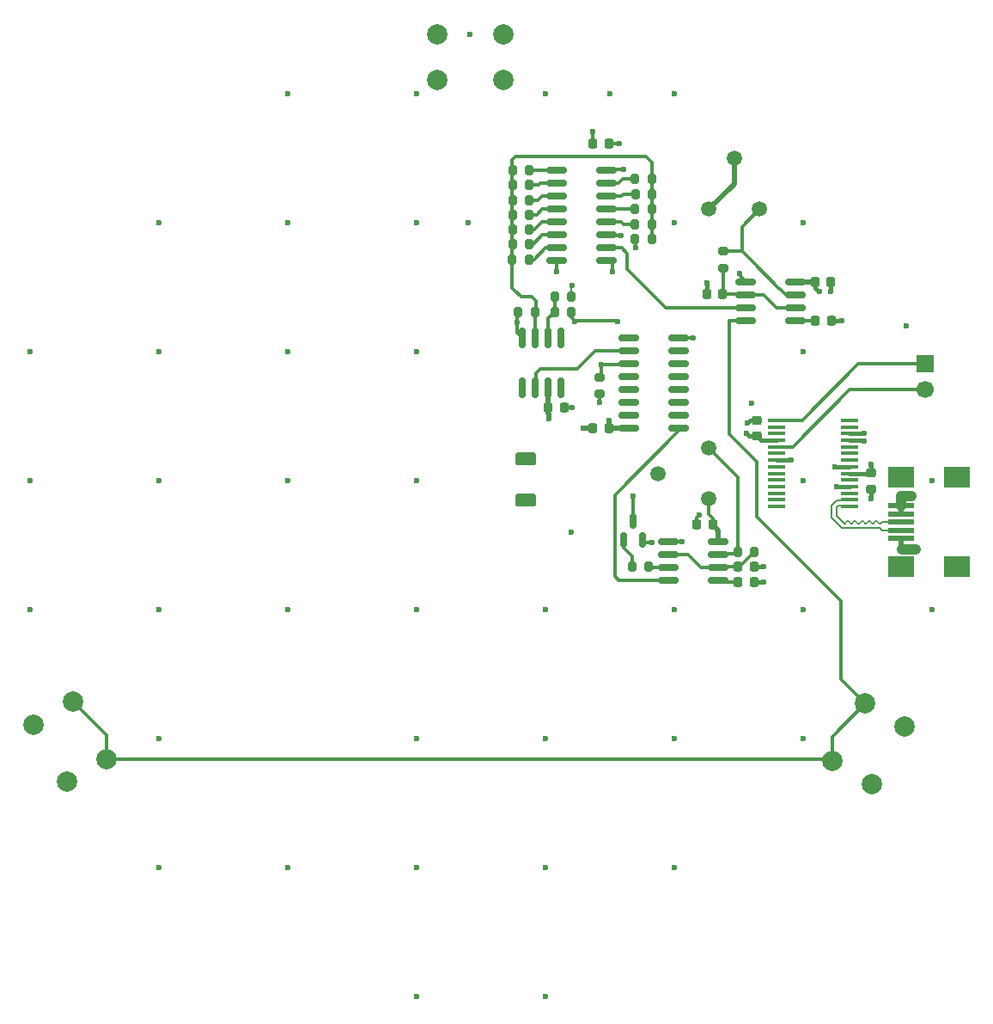
<source format=gbr>
%TF.GenerationSoftware,KiCad,Pcbnew,9.0.0*%
%TF.CreationDate,2025-05-12T20:37:00-03:00*%
%TF.ProjectId,kicad proyecto,6b696361-6420-4707-926f-796563746f2e,rev?*%
%TF.SameCoordinates,Original*%
%TF.FileFunction,Copper,L1,Top*%
%TF.FilePolarity,Positive*%
%FSLAX46Y46*%
G04 Gerber Fmt 4.6, Leading zero omitted, Abs format (unit mm)*
G04 Created by KiCad (PCBNEW 9.0.0) date 2025-05-12 20:37:00*
%MOMM*%
%LPD*%
G01*
G04 APERTURE LIST*
G04 Aperture macros list*
%AMRoundRect*
0 Rectangle with rounded corners*
0 $1 Rounding radius*
0 $2 $3 $4 $5 $6 $7 $8 $9 X,Y pos of 4 corners*
0 Add a 4 corners polygon primitive as box body*
4,1,4,$2,$3,$4,$5,$6,$7,$8,$9,$2,$3,0*
0 Add four circle primitives for the rounded corners*
1,1,$1+$1,$2,$3*
1,1,$1+$1,$4,$5*
1,1,$1+$1,$6,$7*
1,1,$1+$1,$8,$9*
0 Add four rect primitives between the rounded corners*
20,1,$1+$1,$2,$3,$4,$5,0*
20,1,$1+$1,$4,$5,$6,$7,0*
20,1,$1+$1,$6,$7,$8,$9,0*
20,1,$1+$1,$8,$9,$2,$3,0*%
G04 Aperture macros list end*
%TA.AperFunction,ComponentPad*%
%ADD10C,2.000000*%
%TD*%
%TA.AperFunction,ComponentPad*%
%ADD11RoundRect,0.190500X-0.809500X-0.444500X0.809500X-0.444500X0.809500X0.444500X-0.809500X0.444500X0*%
%TD*%
%TA.AperFunction,SMDPad,CuDef*%
%ADD12RoundRect,0.225000X-0.225000X-0.250000X0.225000X-0.250000X0.225000X0.250000X-0.225000X0.250000X0*%
%TD*%
%TA.AperFunction,SMDPad,CuDef*%
%ADD13RoundRect,0.200000X0.200000X0.275000X-0.200000X0.275000X-0.200000X-0.275000X0.200000X-0.275000X0*%
%TD*%
%TA.AperFunction,SMDPad,CuDef*%
%ADD14RoundRect,0.150000X0.825000X0.150000X-0.825000X0.150000X-0.825000X-0.150000X0.825000X-0.150000X0*%
%TD*%
%TA.AperFunction,SMDPad,CuDef*%
%ADD15RoundRect,0.225000X0.225000X0.250000X-0.225000X0.250000X-0.225000X-0.250000X0.225000X-0.250000X0*%
%TD*%
%TA.AperFunction,SMDPad,CuDef*%
%ADD16RoundRect,0.200000X-0.200000X-0.275000X0.200000X-0.275000X0.200000X0.275000X-0.200000X0.275000X0*%
%TD*%
%TA.AperFunction,SMDPad,CuDef*%
%ADD17R,1.750000X0.450000*%
%TD*%
%TA.AperFunction,ComponentPad*%
%ADD18C,1.498600*%
%TD*%
%TA.AperFunction,SMDPad,CuDef*%
%ADD19RoundRect,0.200000X-0.275000X0.200000X-0.275000X-0.200000X0.275000X-0.200000X0.275000X0.200000X0*%
%TD*%
%TA.AperFunction,SMDPad,CuDef*%
%ADD20RoundRect,0.150000X0.150000X-0.587500X0.150000X0.587500X-0.150000X0.587500X-0.150000X-0.587500X0*%
%TD*%
%TA.AperFunction,SMDPad,CuDef*%
%ADD21RoundRect,0.225000X0.250000X-0.225000X0.250000X0.225000X-0.250000X0.225000X-0.250000X-0.225000X0*%
%TD*%
%TA.AperFunction,SMDPad,CuDef*%
%ADD22RoundRect,0.150000X-0.825000X-0.150000X0.825000X-0.150000X0.825000X0.150000X-0.825000X0.150000X0*%
%TD*%
%TA.AperFunction,SMDPad,CuDef*%
%ADD23R,2.500000X0.500000*%
%TD*%
%TA.AperFunction,SMDPad,CuDef*%
%ADD24R,2.500000X2.000000*%
%TD*%
%TA.AperFunction,SMDPad,CuDef*%
%ADD25RoundRect,0.200000X0.275000X-0.200000X0.275000X0.200000X-0.275000X0.200000X-0.275000X-0.200000X0*%
%TD*%
%TA.AperFunction,SMDPad,CuDef*%
%ADD26RoundRect,0.225000X-0.250000X0.225000X-0.250000X-0.225000X0.250000X-0.225000X0.250000X0.225000X0*%
%TD*%
%TA.AperFunction,SMDPad,CuDef*%
%ADD27RoundRect,0.150000X-0.150000X0.825000X-0.150000X-0.825000X0.150000X-0.825000X0.150000X0.825000X0*%
%TD*%
%TA.AperFunction,ComponentPad*%
%ADD28R,1.700000X1.700000*%
%TD*%
%TA.AperFunction,ComponentPad*%
%ADD29C,1.700000*%
%TD*%
%TA.AperFunction,ViaPad*%
%ADD30C,0.600000*%
%TD*%
%TA.AperFunction,Conductor*%
%ADD31C,0.400000*%
%TD*%
%TA.AperFunction,Conductor*%
%ADD32C,0.200000*%
%TD*%
%TA.AperFunction,Conductor*%
%ADD33C,0.500000*%
%TD*%
%TA.AperFunction,Conductor*%
%ADD34C,0.350000*%
%TD*%
%TA.AperFunction,Conductor*%
%ADD35C,0.352000*%
%TD*%
%TA.AperFunction,Conductor*%
%ADD36C,1.000000*%
%TD*%
%TA.AperFunction,Conductor*%
%ADD37C,0.150000*%
%TD*%
G04 APERTURE END LIST*
D10*
%TO.P,SW2,2,B*%
%TO.N,GND*%
X141750000Y-57668600D03*
X148250000Y-57668600D03*
%TO.P,SW2,1,A*%
%TO.N,RESET*%
X141750000Y-62168600D03*
X148250000Y-62168600D03*
%TD*%
D11*
%TO.P,BZ1,2,-*%
%TO.N,Net-(BZ1--)*%
X150500000Y-99500000D03*
%TO.P,BZ1,1,+*%
%TO.N,+5V*%
X150500000Y-103500000D03*
%TD*%
D12*
%TO.P,C11,1*%
%TO.N,+5V*%
X152717200Y-94437206D03*
%TO.P,C11,2*%
%TO.N,GND*%
X154267200Y-94437194D03*
%TD*%
D13*
%TO.P,R16,1*%
%TO.N,Net-(U6-Q11)*%
X150837400Y-71018400D03*
%TO.P,R16,2*%
%TO.N,Net-(U4-+)*%
X149187400Y-71018400D03*
%TD*%
%TO.P,R6,1*%
%TO.N,Net-(U6-Q1)*%
X150817400Y-79844000D03*
%TO.P,R6,2*%
%TO.N,Net-(U4-+)*%
X149167400Y-79844000D03*
%TD*%
D12*
%TO.P,C5,1*%
%TO.N,Net-(U1-CV)*%
X179056995Y-85851995D03*
%TO.P,C5,2*%
%TO.N,GND*%
X180607005Y-85852005D03*
%TD*%
D14*
%TO.P,U5,1,Q11*%
%TO.N,/alarm*%
X165562500Y-96445000D03*
%TO.P,U5,2,Q5*%
%TO.N,unconnected-(U5-Q5-Pad2)*%
X165562500Y-95175000D03*
%TO.P,U5,3,Q4*%
%TO.N,unconnected-(U5-Q4-Pad3)*%
X165562500Y-93905000D03*
%TO.P,U5,4,Q6*%
%TO.N,unconnected-(U5-Q6-Pad4)*%
X165562500Y-92635000D03*
%TO.P,U5,5,Q3*%
%TO.N,unconnected-(U5-Q3-Pad5)*%
X165562500Y-91365000D03*
%TO.P,U5,6,Q2*%
%TO.N,unconnected-(U5-Q2-Pad6)*%
X165562500Y-90095000D03*
%TO.P,U5,7,Q1*%
%TO.N,unconnected-(U5-Q1-Pad7)*%
X165562500Y-88825000D03*
%TO.P,U5,8,VSS*%
%TO.N,GND*%
X165562500Y-87555000D03*
%TO.P,U5,9,Q0*%
%TO.N,unconnected-(U5-Q0-Pad9)*%
X160612500Y-87555000D03*
%TO.P,U5,10,CLK*%
%TO.N,Net-(U5-CLK)*%
X160612500Y-88825000D03*
%TO.P,U5,11,Reset*%
%TO.N,RESET*%
X160612500Y-90095000D03*
%TO.P,U5,12,Q8*%
%TO.N,unconnected-(U5-Q8-Pad12)*%
X160612500Y-91365000D03*
%TO.P,U5,13,Q7*%
%TO.N,unconnected-(U5-Q7-Pad13)*%
X160612500Y-92635000D03*
%TO.P,U5,14,Q9*%
%TO.N,unconnected-(U5-Q9-Pad14)*%
X160612500Y-93905000D03*
%TO.P,U5,15,Q10*%
%TO.N,unconnected-(U5-Q10-Pad15)*%
X160612500Y-95175000D03*
%TO.P,U5,16,VDD*%
%TO.N,+5V*%
X160612500Y-96445000D03*
%TD*%
D15*
%TO.P,C10,1*%
%TO.N,+5V*%
X158661401Y-68376795D03*
%TO.P,C10,2*%
%TO.N,GND*%
X157111399Y-68376805D03*
%TD*%
D16*
%TO.P,R12,1*%
%TO.N,Net-(U6-Q9)*%
X161290000Y-73380600D03*
%TO.P,R12,2*%
%TO.N,Net-(U4-+)*%
X162940000Y-73380600D03*
%TD*%
D10*
%TO.P,SW3,1,A*%
%TO.N,+5V*%
X187823557Y-125810418D03*
X184573557Y-131439583D03*
%TO.P,SW3,2,B*%
%TO.N,Net-(SW1-B)*%
X183926443Y-123560418D03*
X180676443Y-129189583D03*
%TD*%
D17*
%TO.P,U3,1,TXD*%
%TO.N,Net-(J2-Pin_1)*%
X175190601Y-95673200D03*
%TO.P,U3,2,DTR*%
%TO.N,unconnected-(U3-DTR-Pad2)*%
X175190600Y-96323200D03*
%TO.P,U3,3,RTS*%
%TO.N,unconnected-(U3-RTS-Pad3)*%
X175190601Y-96973200D03*
%TO.P,U3,4,VCCIO*%
%TO.N,+5V*%
X175190600Y-97623200D03*
%TO.P,U3,5,RXD*%
%TO.N,Net-(J2-Pin_2)*%
X175190601Y-98273200D03*
%TO.P,U3,6,RI*%
%TO.N,unconnected-(U3-RI-Pad6)*%
X175190601Y-98923200D03*
%TO.P,U3,7,GND*%
%TO.N,GND*%
X175190601Y-99573200D03*
%TO.P,U3,8*%
%TO.N,N/C*%
X175190601Y-100223200D03*
%TO.P,U3,9,DCR*%
%TO.N,unconnected-(U3-DCR-Pad9)*%
X175190601Y-100873200D03*
%TO.P,U3,10,DCD*%
%TO.N,unconnected-(U3-DCD-Pad10)*%
X175190601Y-101523200D03*
%TO.P,U3,11,CTS*%
%TO.N,unconnected-(U3-CTS-Pad11)*%
X175190600Y-102173200D03*
%TO.P,U3,12,CBUS4*%
%TO.N,unconnected-(U3-CBUS4-Pad12)*%
X175190601Y-102823200D03*
%TO.P,U3,13,CBUS2*%
%TO.N,unconnected-(U3-CBUS2-Pad13)*%
X175190600Y-103473200D03*
%TO.P,U3,14,CBUS3*%
%TO.N,unconnected-(U3-CBUS3-Pad14)*%
X175190600Y-104123199D03*
%TO.P,U3,15,USBD+*%
%TO.N,/USB_D P*%
X182390599Y-104123200D03*
%TO.P,U3,16,USBD-*%
%TO.N,/USB_D N*%
X182390600Y-103473200D03*
%TO.P,U3,17,3V3OUT*%
%TO.N,unconnected-(U3-3V3OUT-Pad17)*%
X182390599Y-102823200D03*
%TO.P,U3,18,GND*%
%TO.N,GND*%
X182390600Y-102173200D03*
%TO.P,U3,19,~{RESET}*%
%TO.N,unconnected-(U3-~{RESET}-Pad19)*%
X182390599Y-101523200D03*
%TO.P,U3,20,VCC*%
%TO.N,+5V*%
X182390599Y-100873200D03*
%TO.P,U3,21,GND*%
%TO.N,GND*%
X182390599Y-100223200D03*
%TO.P,U3,22,CBUS1*%
%TO.N,unconnected-(U3-CBUS1-Pad22)*%
X182390599Y-99573200D03*
%TO.P,U3,23,CBUS0*%
%TO.N,unconnected-(U3-CBUS0-Pad23)*%
X182390599Y-98923200D03*
%TO.P,U3,24*%
%TO.N,N/C*%
X182390599Y-98273200D03*
%TO.P,U3,25,AGND*%
%TO.N,GND*%
X182390600Y-97623200D03*
%TO.P,U3,26,TEST*%
X182390599Y-96973200D03*
%TO.P,U3,27,OSCI*%
%TO.N,unconnected-(U3-OSCI-Pad27)*%
X182390600Y-96323200D03*
%TO.P,U3,28,OSCO*%
%TO.N,unconnected-(U3-OSCO-Pad28)*%
X182390600Y-95673201D03*
%TD*%
D13*
%TO.P,R17,1*%
%TO.N,Net-(U4-+)*%
X151412500Y-85000000D03*
%TO.P,R17,2*%
%TO.N,GND*%
X149762500Y-85000000D03*
%TD*%
%TO.P,R7,1*%
%TO.N,Net-(U6-Q2)*%
X150822400Y-78335400D03*
%TO.P,R7,2*%
%TO.N,Net-(U4-+)*%
X149172400Y-78335400D03*
%TD*%
D18*
%TO.P,50k1,1,1*%
%TO.N,+5V*%
X168503600Y-103378000D03*
%TO.P,50k1,2,2*%
X163503600Y-100878000D03*
%TO.P,50k1,3,3*%
%TO.N,Net-(U2-DIS)*%
X168503600Y-98378010D03*
%TD*%
D15*
%TO.P,C1,1*%
%TO.N,+5V*%
X168923000Y-105943400D03*
%TO.P,C1,2*%
%TO.N,GND*%
X167373000Y-105943400D03*
%TD*%
D19*
%TO.P,R1,1*%
%TO.N,Net-(U1-DIS)*%
X169926000Y-79007199D03*
%TO.P,R1,2*%
%TO.N,Net-(U1-THR)*%
X169926000Y-80657201D03*
%TD*%
D18*
%TO.P,10k1,1,1*%
%TO.N,+5V*%
X168518200Y-74875400D03*
%TO.P,10k1,2,2*%
X171018200Y-69875400D03*
%TO.P,10k1,3,3*%
%TO.N,Net-(U1-DIS)*%
X173518190Y-74875400D03*
%TD*%
D12*
%TO.P,C6,1*%
%TO.N,Net-(U2-CV)*%
X171437000Y-111556800D03*
%TO.P,C6,2*%
%TO.N,GND*%
X172987000Y-111556800D03*
%TD*%
D16*
%TO.P,R8,1*%
%TO.N,Net-(U6-Q8)*%
X161276800Y-76327000D03*
%TO.P,R8,2*%
%TO.N,Net-(U4-+)*%
X162926800Y-76327000D03*
%TD*%
D13*
%TO.P,R15,1*%
%TO.N,Net-(U6-Q5)*%
X150832400Y-72494000D03*
%TO.P,R15,2*%
%TO.N,Net-(U4-+)*%
X149182400Y-72494000D03*
%TD*%
%TO.P,R11,1*%
%TO.N,Net-(U6-Q6)*%
X150832400Y-75414200D03*
%TO.P,R11,2*%
%TO.N,Net-(U4-+)*%
X149182400Y-75414200D03*
%TD*%
D20*
%TO.P,Q1,1,B*%
%TO.N,Net-(Q1-B)*%
X160136800Y-107465100D03*
%TO.P,Q1,2,E*%
%TO.N,GND*%
X162036800Y-107465100D03*
%TO.P,Q1,3,C*%
%TO.N,Net-(BZ1--)*%
X161086800Y-105590100D03*
%TD*%
D21*
%TO.P,C7,1*%
%TO.N,+5V*%
X173228000Y-97193400D03*
%TO.P,C7,2*%
%TO.N,GND*%
X173228000Y-95643400D03*
%TD*%
D22*
%TO.P,U2,1,GND*%
%TO.N,GND*%
X164525000Y-107595000D03*
%TO.P,U2,2,TR*%
%TO.N,Net-(U2-THR)*%
X164525000Y-108865000D03*
%TO.P,U2,3,Q*%
%TO.N,Net-(U2-Q)*%
X164525000Y-110135000D03*
%TO.P,U2,4,R*%
%TO.N,/alarm*%
X164525000Y-111405000D03*
%TO.P,U2,5,CV*%
%TO.N,Net-(U2-CV)*%
X169475000Y-111405000D03*
%TO.P,U2,6,THR*%
%TO.N,Net-(U2-THR)*%
X169475000Y-110135000D03*
%TO.P,U2,7,DIS*%
%TO.N,Net-(U2-DIS)*%
X169475000Y-108865000D03*
%TO.P,U2,8,VCC*%
%TO.N,+5V*%
X169475000Y-107595000D03*
%TD*%
D23*
%TO.P,J1,1,VBUS*%
%TO.N,+5V*%
X187510000Y-107264000D03*
%TO.P,J1,2,D-*%
%TO.N,/USB_D N*%
X187510000Y-106464000D03*
%TO.P,J1,3,D+*%
%TO.N,/USB_D P*%
X187510000Y-105664000D03*
%TO.P,J1,4,GND*%
%TO.N,GND*%
X187510000Y-104864000D03*
%TO.P,J1,5,Shield*%
X187510000Y-104064000D03*
D24*
%TO.P,J1,6*%
%TO.N,N/C*%
X187510000Y-110064000D03*
X193010000Y-110064000D03*
X187510000Y-101264000D03*
X193010000Y-101264000D03*
%TD*%
D25*
%TO.P,R5,1*%
%TO.N,+5V*%
X157750000Y-93075001D03*
%TO.P,R5,2*%
%TO.N,RESET*%
X157750000Y-91424999D03*
%TD*%
D16*
%TO.P,R10,1*%
%TO.N,Net-(U6-Q7)*%
X161276800Y-74853800D03*
%TO.P,R10,2*%
%TO.N,Net-(U4-+)*%
X162926800Y-74853800D03*
%TD*%
D13*
%TO.P,R18,1*%
%TO.N,+5V*%
X154998750Y-84994531D03*
%TO.P,R18,2*%
%TO.N,Net-(U4--)*%
X153348750Y-84994531D03*
%TD*%
%TO.P,R9,1*%
%TO.N,Net-(U6-Q3)*%
X150827400Y-76884200D03*
%TO.P,R9,2*%
%TO.N,Net-(U4-+)*%
X149177400Y-76884200D03*
%TD*%
D22*
%TO.P,U1,1,GND*%
%TO.N,GND*%
X172150000Y-82016600D03*
%TO.P,U1,2,TR*%
%TO.N,Net-(U1-THR)*%
X172150000Y-83286600D03*
%TO.P,U1,3,Q*%
%TO.N,CLOCK*%
X172150000Y-84556600D03*
%TO.P,U1,4,R*%
%TO.N,Net-(SW1-B)*%
X172150000Y-85826600D03*
%TO.P,U1,5,CV*%
%TO.N,Net-(U1-CV)*%
X177100000Y-85826600D03*
%TO.P,U1,6,THR*%
%TO.N,Net-(U1-THR)*%
X177100000Y-84556600D03*
%TO.P,U1,7,DIS*%
%TO.N,Net-(U1-DIS)*%
X177100000Y-83286600D03*
%TO.P,U1,8,VCC*%
%TO.N,+5V*%
X177100000Y-82016600D03*
%TD*%
D16*
%TO.P,R3,1*%
%TO.N,Net-(U2-DIS)*%
X171387000Y-108585000D03*
%TO.P,R3,2*%
%TO.N,Net-(U2-THR)*%
X173037000Y-108585000D03*
%TD*%
D10*
%TO.P,SW1,1,A*%
%TO.N,+5V*%
X105250000Y-131250000D03*
X102000000Y-125620835D03*
%TO.P,SW1,2,B*%
%TO.N,Net-(SW1-B)*%
X109147114Y-129000000D03*
X105897114Y-123370835D03*
%TD*%
D26*
%TO.P,C8,1*%
%TO.N,+5V*%
X184505602Y-100850391D03*
%TO.P,C8,2*%
%TO.N,GND*%
X184505598Y-102400409D03*
%TD*%
D22*
%TO.P,U6,1,Q11*%
%TO.N,Net-(U6-Q11)*%
X153525000Y-71055000D03*
%TO.P,U6,2,Q5*%
%TO.N,Net-(U6-Q5)*%
X153525000Y-72325000D03*
%TO.P,U6,3,Q4*%
%TO.N,Net-(U6-Q4)*%
X153525000Y-73595000D03*
%TO.P,U6,4,Q6*%
%TO.N,Net-(U6-Q6)*%
X153525000Y-74865000D03*
%TO.P,U6,5,Q3*%
%TO.N,Net-(U6-Q3)*%
X153525000Y-76135000D03*
%TO.P,U6,6,Q2*%
%TO.N,Net-(U6-Q2)*%
X153525000Y-77405000D03*
%TO.P,U6,7,Q1*%
%TO.N,Net-(U6-Q1)*%
X153525000Y-78675000D03*
%TO.P,U6,8,VSS*%
%TO.N,GND*%
X153525000Y-79945000D03*
%TO.P,U6,9,Q0*%
%TO.N,Net-(U6-Q0)*%
X158475000Y-79945000D03*
%TO.P,U6,10,CLK*%
%TO.N,CLOCK*%
X158475000Y-78675000D03*
%TO.P,U6,11,Reset*%
%TO.N,RESET*%
X158475000Y-77405000D03*
%TO.P,U6,12,Q8*%
%TO.N,Net-(U6-Q8)*%
X158475000Y-76135000D03*
%TO.P,U6,13,Q7*%
%TO.N,Net-(U6-Q7)*%
X158475000Y-74865000D03*
%TO.P,U6,14,Q9*%
%TO.N,Net-(U6-Q9)*%
X158475000Y-73595000D03*
%TO.P,U6,15,Q10*%
%TO.N,Net-(U6-Q10)*%
X158475000Y-72325000D03*
%TO.P,U6,16,VDD*%
%TO.N,+5V*%
X158475000Y-71055000D03*
%TD*%
D16*
%TO.P,R4,1*%
%TO.N,Net-(U6-Q0)*%
X161276800Y-77815600D03*
%TO.P,R4,2*%
%TO.N,Net-(U4-+)*%
X162926800Y-77815600D03*
%TD*%
D27*
%TO.P,U4,1,NULL*%
%TO.N,unconnected-(U4-NULL-Pad1)*%
X153992500Y-87525000D03*
%TO.P,U4,2,-*%
%TO.N,Net-(U4--)*%
X152722500Y-87525000D03*
%TO.P,U4,3,+*%
%TO.N,Net-(U4-+)*%
X151452500Y-87525000D03*
%TO.P,U4,4,V-*%
%TO.N,GND*%
X150182500Y-87525000D03*
%TO.P,U4,5,NULL*%
%TO.N,unconnected-(U4-NULL-Pad5)*%
X150182500Y-92475000D03*
%TO.P,U4,6*%
%TO.N,Net-(U5-CLK)*%
X151452500Y-92475000D03*
%TO.P,U4,7,V+*%
%TO.N,+5V*%
X152722500Y-92475000D03*
%TO.P,U4,8,NC*%
%TO.N,unconnected-(U4-NC-Pad8)*%
X153992500Y-92475000D03*
%TD*%
D15*
%TO.P,C4,1*%
%TO.N,Net-(U1-THR)*%
X169888206Y-83185004D03*
%TO.P,C4,2*%
%TO.N,GND*%
X168338194Y-83184996D03*
%TD*%
D16*
%TO.P,R14,1*%
%TO.N,Net-(U6-Q10)*%
X161277800Y-71907400D03*
%TO.P,R14,2*%
%TO.N,Net-(U4-+)*%
X162927800Y-71907400D03*
%TD*%
D12*
%TO.P,C2,1*%
%TO.N,Net-(U2-THR)*%
X171437000Y-110083600D03*
%TO.P,C2,2*%
%TO.N,GND*%
X172987000Y-110083600D03*
%TD*%
D28*
%TO.P,J2,1,Pin_1*%
%TO.N,Net-(J2-Pin_1)*%
X189839600Y-90119200D03*
D29*
%TO.P,J2,2,Pin_2*%
%TO.N,Net-(J2-Pin_2)*%
X189839599Y-92659199D03*
%TD*%
D15*
%TO.P,C9,1*%
%TO.N,+5V*%
X158673800Y-96443800D03*
%TO.P,C9,2*%
%TO.N,GND*%
X157123800Y-96443802D03*
%TD*%
D13*
%TO.P,R13,1*%
%TO.N,Net-(U6-Q4)*%
X150832400Y-73950800D03*
%TO.P,R13,2*%
%TO.N,Net-(U4-+)*%
X149182400Y-73950800D03*
%TD*%
D12*
%TO.P,C3,1*%
%TO.N,+5V*%
X179031600Y-82016600D03*
%TO.P,C3,2*%
%TO.N,GND*%
X180581600Y-82016600D03*
%TD*%
D16*
%TO.P,R19,1*%
%TO.N,Net-(U4--)*%
X153353000Y-83464400D03*
%TO.P,R19,2*%
%TO.N,GND*%
X155003000Y-83464400D03*
%TD*%
D13*
%TO.P,R2,1*%
%TO.N,Net-(U2-Q)*%
X162623000Y-110083600D03*
%TO.P,R2,2*%
%TO.N,Net-(Q1-B)*%
X160973000Y-110083600D03*
%TD*%
D30*
%TO.N,GND*%
X144780000Y-76200000D03*
X158750000Y-63500000D03*
X187960000Y-86360000D03*
X172720000Y-93980000D03*
X154940000Y-106680000D03*
X152400000Y-63500000D03*
X165100000Y-63500000D03*
X177800000Y-76200000D03*
X165100000Y-76200000D03*
X177800000Y-88900000D03*
X190500000Y-101600000D03*
X177800000Y-101600000D03*
X177800000Y-127000000D03*
X190500000Y-114300000D03*
X177800000Y-114300000D03*
X165100000Y-114300000D03*
X127000000Y-101600000D03*
X152400000Y-114300000D03*
%TO.N,+5V*%
X188671200Y-108356400D03*
X187510000Y-108338200D03*
X160172400Y-70942200D03*
X157750000Y-93903800D03*
X159530802Y-85921602D03*
X172237400Y-96926400D03*
X184505602Y-100025202D03*
X155321000Y-85928200D03*
X179414893Y-82986042D03*
X152730200Y-95504000D03*
X159689800Y-68402200D03*
X158699200Y-95631000D03*
%TO.N,Net-(BZ1--)*%
X161086800Y-103098600D03*
%TO.N,GND*%
X149675000Y-86000000D03*
X155067000Y-94437200D03*
X165912800Y-107595000D03*
X156159200Y-96443800D03*
X127000000Y-88900000D03*
X127000000Y-114300000D03*
X188518800Y-103124000D03*
X114300000Y-127000000D03*
X127000000Y-76200000D03*
X139700000Y-152400000D03*
X139700000Y-63500000D03*
X157099000Y-67233800D03*
X101600000Y-101600000D03*
X152400000Y-139700000D03*
X165100000Y-139700000D03*
X114300000Y-88900000D03*
X114300000Y-139700000D03*
X139700000Y-114300000D03*
X139700000Y-76200000D03*
X168325800Y-82118200D03*
X139700000Y-127000000D03*
X127000000Y-139700000D03*
X181610000Y-85877400D03*
X114300000Y-101600000D03*
X187553600Y-103098600D03*
X172313600Y-95910400D03*
X173939200Y-110083600D03*
X183870600Y-97688400D03*
X152400000Y-152400000D03*
X167614600Y-104978200D03*
X101600000Y-114300000D03*
X152400000Y-127000000D03*
X167030400Y-87503000D03*
X153517600Y-81051400D03*
X139700000Y-101600000D03*
X114300000Y-76200000D03*
X155016200Y-82346800D03*
X114300000Y-114300000D03*
X101600000Y-88900000D03*
X181127400Y-102173200D03*
X173939200Y-111556800D03*
X162941000Y-107670600D03*
X183845200Y-96926400D03*
X139700000Y-139700000D03*
X165100000Y-127000000D03*
X184556400Y-103352600D03*
X180517800Y-82981800D03*
X139700000Y-88900000D03*
X145000000Y-57668600D03*
X181000400Y-100228400D03*
X127000000Y-63500000D03*
X171526200Y-81178400D03*
X152400000Y-114300000D03*
X176682400Y-99568000D03*
%TO.N,Net-(U6-Q0)*%
X161290000Y-78638400D03*
X159000000Y-81000000D03*
%TO.N,RESET*%
X157917213Y-90174999D03*
X159842200Y-77500000D03*
%TD*%
D31*
%TO.N,GND*%
X180517800Y-82626200D02*
X180581600Y-82562400D01*
X180581600Y-82562400D02*
X180581600Y-82016600D01*
X180517800Y-82981800D02*
X180517800Y-82626200D01*
X180670205Y-85852005D02*
X180607005Y-85852005D01*
X181610000Y-85877400D02*
X180695600Y-85877400D01*
X180695600Y-85877400D02*
X180670205Y-85852005D01*
%TO.N,+5V*%
X173657800Y-97623200D02*
X173228000Y-97193400D01*
D32*
X160557501Y-96499999D02*
X160612500Y-96445000D01*
D33*
X158699200Y-96443800D02*
X158572200Y-96316800D01*
D34*
X158475000Y-71055000D02*
X158587800Y-70942200D01*
X168605200Y-103479600D02*
X168503600Y-103378000D01*
D31*
X179031600Y-82602749D02*
X179031600Y-82016600D01*
X184505602Y-100850391D02*
X184505602Y-100177600D01*
D34*
X158661401Y-68376795D02*
X159664395Y-68376795D01*
X168503600Y-104927400D02*
X168503600Y-103378000D01*
D31*
X173228000Y-97193400D02*
X172504400Y-97193400D01*
D32*
X179372630Y-83030430D02*
X179374800Y-83032600D01*
D33*
X168923000Y-105943400D02*
X168943400Y-105943400D01*
D34*
X155371800Y-85877400D02*
X159486600Y-85877400D01*
D32*
X179414893Y-82986042D02*
X179372630Y-83028305D01*
D33*
X152730200Y-95504000D02*
X152730200Y-94958000D01*
X158572200Y-96316800D02*
X158546800Y-96316800D01*
X152730200Y-94958000D02*
X152722500Y-94950300D01*
X152722500Y-94950300D02*
X152722500Y-92475000D01*
D34*
X158673800Y-96469200D02*
X158699200Y-96443800D01*
D33*
X171018200Y-72375400D02*
X168518200Y-74875400D01*
D31*
X184482793Y-100873200D02*
X184505602Y-100850391D01*
X172504400Y-97193400D02*
X172237400Y-96926400D01*
D33*
X177100000Y-82016600D02*
X179031600Y-82016600D01*
D34*
X155321000Y-85928200D02*
X155371800Y-85877400D01*
D33*
X171018200Y-69875400D02*
X171018200Y-72375400D01*
D34*
X168923000Y-105346800D02*
X168503600Y-104927400D01*
D33*
X168943400Y-105943400D02*
X169475000Y-106475000D01*
D32*
X159664395Y-68376795D02*
X159689800Y-68402200D01*
D34*
X154998750Y-85529750D02*
X154998750Y-84994531D01*
X168923000Y-105943400D02*
X168923000Y-105346800D01*
D32*
X158546800Y-96316800D02*
X158673800Y-96443800D01*
D31*
X179414893Y-82986042D02*
X179031600Y-82602749D01*
D34*
X160501302Y-96443800D02*
X160557501Y-96499999D01*
D32*
X179372630Y-83028305D02*
X179372630Y-83030430D01*
D33*
X169475000Y-106475000D02*
X169475000Y-107595000D01*
D34*
X155321000Y-85852000D02*
X154998750Y-85529750D01*
D31*
X182390599Y-100873200D02*
X184482793Y-100873200D01*
D34*
X157750000Y-93903800D02*
X157750000Y-93075001D01*
X158587800Y-70942200D02*
X160172400Y-70942200D01*
D31*
X175190600Y-97623200D02*
X173657800Y-97623200D01*
D33*
X158699200Y-96443800D02*
X160501302Y-96443800D01*
X158699200Y-95631000D02*
X158699200Y-96443800D01*
D32*
X155321000Y-85928200D02*
X155321000Y-85852000D01*
X184505602Y-100025202D02*
X184505600Y-100025200D01*
D34*
%TO.N,Net-(U1-DIS)*%
X175488600Y-82675599D02*
X172923200Y-80110199D01*
X177100000Y-83286600D02*
X176125001Y-83286600D01*
X175514000Y-82675599D02*
X175488600Y-82675599D01*
X171820200Y-76573390D02*
X173518190Y-74875400D01*
X171820200Y-79007199D02*
X171820200Y-76573390D01*
X176125001Y-83286600D02*
X175514000Y-82675599D01*
X171820200Y-79007199D02*
X172923200Y-80110199D01*
X169926000Y-79007199D02*
X171820200Y-79007199D01*
%TO.N,Net-(U2-DIS)*%
X171387000Y-108635800D02*
X171373800Y-108622600D01*
D32*
X170310000Y-108865000D02*
X169475000Y-108865000D01*
D34*
X171373800Y-101248210D02*
X168503600Y-98378010D01*
X169698000Y-108788200D02*
X171234600Y-108788200D01*
D32*
X169621200Y-108865000D02*
X169698000Y-108788200D01*
D34*
X171373800Y-108622600D02*
X171373800Y-101248210D01*
D32*
X171234600Y-108788200D02*
X171387000Y-108635800D01*
X169475000Y-108865000D02*
X169621200Y-108865000D01*
D35*
%TO.N,Net-(BZ1--)*%
X161086800Y-103098600D02*
X161086800Y-105590100D01*
D34*
%TO.N,GND*%
X149675000Y-86000000D02*
X149675000Y-87017500D01*
X162941000Y-107670600D02*
X163016600Y-107595000D01*
D31*
X181005600Y-100223200D02*
X181000400Y-100228400D01*
D33*
X156159200Y-96443800D02*
X157123798Y-96443800D01*
D34*
X153525000Y-79945000D02*
X153525000Y-81044000D01*
X172150000Y-82016600D02*
X171526200Y-81392800D01*
X166250000Y-87500000D02*
X166195000Y-87555000D01*
D32*
X183805400Y-97623200D02*
X183870600Y-97688400D01*
D34*
X157111399Y-68376805D02*
X157111399Y-67246199D01*
D31*
X173939200Y-110083600D02*
X172987000Y-110083600D01*
X173228000Y-95643400D02*
X172580600Y-95643400D01*
X172987000Y-111556800D02*
X173939200Y-111556800D01*
D32*
X164367500Y-107437500D02*
X164525000Y-107595000D01*
D31*
X184556400Y-103352600D02*
X184556400Y-102451211D01*
X182390599Y-96973200D02*
X183798400Y-96973200D01*
D32*
X187510000Y-103142200D02*
X187553600Y-103098600D01*
D31*
X172580600Y-95643400D02*
X172313600Y-95910400D01*
D34*
X149675000Y-87017500D02*
X150182500Y-87525000D01*
D33*
X187510000Y-104064000D02*
X187510000Y-104864000D01*
X157123798Y-96443800D02*
X157123800Y-96443802D01*
D31*
X182390599Y-100223200D02*
X181005600Y-100223200D01*
D36*
X188518800Y-103124000D02*
X187579000Y-103124000D01*
D32*
X155003000Y-82360000D02*
X155016200Y-82346800D01*
X183798400Y-96973200D02*
X183845200Y-96926400D01*
X176677200Y-99573200D02*
X176682400Y-99568000D01*
D31*
X175190601Y-99573200D02*
X176677200Y-99573200D01*
D32*
X184556400Y-102451211D02*
X184505598Y-102400409D01*
D34*
X166195000Y-87555000D02*
X165562500Y-87555000D01*
D32*
X153525000Y-81044000D02*
X153517600Y-81051400D01*
D34*
X149675000Y-85000000D02*
X149675000Y-86000000D01*
X167614600Y-104978200D02*
X167373000Y-105219800D01*
X162941000Y-107670600D02*
X162242300Y-107670600D01*
X171526200Y-81392800D02*
X171526200Y-81178400D01*
D32*
X187579000Y-103124000D02*
X187553600Y-103098600D01*
D34*
X155066994Y-94437194D02*
X155067000Y-94437200D01*
D32*
X157111399Y-67246199D02*
X157099000Y-67233800D01*
D36*
X187510000Y-104064000D02*
X187510000Y-103142200D01*
D34*
X164525000Y-107595000D02*
X165912800Y-107595000D01*
X165912800Y-107595000D02*
X165937600Y-107595000D01*
X165937600Y-107595000D02*
X165938200Y-107594400D01*
X154267200Y-94437194D02*
X155066994Y-94437194D01*
X167373000Y-105219800D02*
X167373000Y-105943400D01*
D32*
X155003000Y-83464400D02*
X155003000Y-82360000D01*
D34*
X167027400Y-87500000D02*
X166250000Y-87500000D01*
D31*
X168338194Y-83184996D02*
X168338194Y-82130594D01*
D34*
X162242300Y-107670600D02*
X162036800Y-107465100D01*
D31*
X181127400Y-102173200D02*
X182390600Y-102173200D01*
D32*
X168338194Y-82130594D02*
X168325800Y-82118200D01*
D31*
X182390600Y-97623200D02*
X183805400Y-97623200D01*
D34*
X167030400Y-87503000D02*
X167027400Y-87500000D01*
D32*
%TO.N,Net-(U2-THR)*%
X169526400Y-110083600D02*
X169475000Y-110135000D01*
D34*
X166446800Y-108865000D02*
X167716800Y-110135000D01*
D32*
X171437000Y-110083600D02*
X171589200Y-110083600D01*
D34*
X164525000Y-108865000D02*
X166446800Y-108865000D01*
X167716800Y-110135000D02*
X169475000Y-110135000D01*
X171437000Y-110083600D02*
X169526400Y-110083600D01*
X171589200Y-110083600D02*
X173037000Y-108635800D01*
%TO.N,Net-(U1-THR)*%
X175234600Y-84556600D02*
X177100000Y-84556600D01*
X169888206Y-83185004D02*
X172048404Y-83185004D01*
X169926000Y-80657201D02*
X169926000Y-83147210D01*
X173964600Y-83286600D02*
X175234600Y-84556600D01*
X172150000Y-83286600D02*
X173964600Y-83286600D01*
D32*
X169926000Y-83147210D02*
X169888206Y-83185004D01*
X172048404Y-83185004D02*
X172150000Y-83286600D01*
D34*
%TO.N,Net-(U1-CV)*%
X177100000Y-85826600D02*
X179006200Y-85826600D01*
D32*
X179006200Y-85826600D02*
X179158595Y-85978995D01*
D34*
%TO.N,Net-(U2-CV)*%
X169626800Y-111556800D02*
X171437000Y-111556800D01*
D32*
X169475000Y-111405000D02*
X169626800Y-111556800D01*
D37*
%TO.N,/USB_D N*%
X180648400Y-104072202D02*
X180648400Y-105256710D01*
X181838600Y-106289000D02*
X185459999Y-106289000D01*
X185470400Y-106299401D02*
X185634999Y-106464000D01*
X185459999Y-106289000D02*
X185470400Y-106299401D01*
X182290600Y-103573200D02*
X181147402Y-103573200D01*
X180648400Y-105256710D02*
X181680690Y-106289000D01*
X181147402Y-103573200D02*
X180648400Y-104072202D01*
X185634999Y-106464000D02*
X187510000Y-106464000D01*
X181680690Y-106289000D02*
X181838600Y-106289000D01*
D32*
X182390600Y-103473200D02*
X182290600Y-103573200D01*
D34*
%TO.N,Net-(Q1-B)*%
X160973000Y-109030000D02*
X160973000Y-110083600D01*
X160136800Y-107465100D02*
X160136800Y-108193800D01*
X160136800Y-108193800D02*
X160973000Y-109030000D01*
%TO.N,Net-(U2-Q)*%
X164255600Y-110134400D02*
X164390000Y-110000000D01*
X162623000Y-110083600D02*
X162673800Y-110134400D01*
D32*
X164390000Y-110000000D02*
X164525000Y-110135000D01*
D34*
X162673800Y-110134400D02*
X164255600Y-110134400D01*
%TO.N,Net-(U4-+)*%
X162309800Y-69672200D02*
X149504400Y-69672200D01*
X162927800Y-71907400D02*
X162927800Y-77814600D01*
D32*
X151452500Y-85047500D02*
X151500000Y-85000000D01*
D34*
X150037500Y-83500000D02*
X149410250Y-82872750D01*
X151087500Y-83500000D02*
X150037500Y-83500000D01*
X149167400Y-79844000D02*
X149167400Y-82629900D01*
X162927800Y-70290200D02*
X162309800Y-69672200D01*
X149504400Y-69672200D02*
X149167400Y-70009200D01*
X151500000Y-85000000D02*
X151500000Y-83912500D01*
X149167400Y-82629900D02*
X149410250Y-82872750D01*
X149167400Y-70009200D02*
X149167400Y-79844000D01*
X151500000Y-83912500D02*
X151087500Y-83500000D01*
D32*
X162927800Y-77814600D02*
X162926800Y-77815600D01*
D34*
X151452500Y-87525000D02*
X151452500Y-85047500D01*
X162927800Y-71907400D02*
X162927800Y-70290200D01*
%TO.N,Net-(U6-Q0)*%
X159000000Y-80000000D02*
X159000000Y-81000000D01*
X158945000Y-79945000D02*
X159000000Y-80000000D01*
X158475000Y-79945000D02*
X158945000Y-79945000D01*
D32*
X161290000Y-77828800D02*
X161276800Y-77815600D01*
D34*
X161290000Y-78638400D02*
X161290000Y-77828800D01*
%TO.N,RESET*%
X157917213Y-91257786D02*
X157750000Y-91424999D01*
X157917213Y-90174999D02*
X160532501Y-90174999D01*
D32*
X160532501Y-90174999D02*
X160612500Y-90095000D01*
D34*
X158570000Y-77500000D02*
X158475000Y-77405000D01*
X159842200Y-77500000D02*
X158570000Y-77500000D01*
X157917213Y-90174999D02*
X157917213Y-91257786D01*
%TO.N,Net-(U6-Q1)*%
X151296000Y-79844000D02*
X152465000Y-78675000D01*
X152465000Y-78675000D02*
X153525000Y-78675000D01*
X150817400Y-79844000D02*
X151296000Y-79844000D01*
%TO.N,Net-(U6-Q2)*%
X151204400Y-78335400D02*
X152134800Y-77405000D01*
X150822400Y-78335400D02*
X151204400Y-78335400D01*
X152134800Y-77405000D02*
X153525000Y-77405000D01*
%TO.N,Net-(U6-Q8)*%
X160096200Y-76327000D02*
X161276800Y-76327000D01*
X158475000Y-76135000D02*
X159904200Y-76135000D01*
X159904200Y-76135000D02*
X160096200Y-76327000D01*
%TO.N,Net-(U6-Q3)*%
X151309400Y-76884200D02*
X152058600Y-76135000D01*
X150827400Y-76884200D02*
X151309400Y-76884200D01*
X152058600Y-76135000D02*
X153525000Y-76135000D01*
D32*
%TO.N,Net-(U6-Q7)*%
X158486200Y-74853800D02*
X158475000Y-74865000D01*
D34*
X161276800Y-74853800D02*
X158486200Y-74853800D01*
%TO.N,Net-(U6-Q6)*%
X151585600Y-75414200D02*
X152134800Y-74865000D01*
X152134800Y-74865000D02*
X153525000Y-74865000D01*
X150832400Y-75414200D02*
X151585600Y-75414200D01*
%TO.N,Net-(U6-Q9)*%
X160121600Y-73380600D02*
X161290000Y-73380600D01*
X158475000Y-73595000D02*
X159907200Y-73595000D01*
X159907200Y-73595000D02*
X160121600Y-73380600D01*
%TO.N,Net-(U6-Q4)*%
X150832400Y-73950800D02*
X151702800Y-73950800D01*
X151702800Y-73950800D02*
X152058600Y-73595000D01*
D32*
X153475800Y-73644200D02*
X153525000Y-73595000D01*
D34*
X152058600Y-73595000D02*
X153525000Y-73595000D01*
%TO.N,Net-(U6-Q10)*%
X158475000Y-72325000D02*
X159627800Y-72325000D01*
X160045400Y-71907400D02*
X161277800Y-71907400D01*
X159627800Y-72325000D02*
X160045400Y-71907400D01*
%TO.N,Net-(U6-Q5)*%
X150832400Y-72494000D02*
X151788000Y-72494000D01*
X151788000Y-72494000D02*
X151957000Y-72325000D01*
X151957000Y-72325000D02*
X153525000Y-72325000D01*
%TO.N,Net-(U6-Q11)*%
X150837400Y-71018400D02*
X153488400Y-71018400D01*
D32*
X153488400Y-71018400D02*
X153525000Y-71055000D01*
%TO.N,Net-(U4--)*%
X153348750Y-83468650D02*
X153353000Y-83464400D01*
D34*
X153348750Y-84994531D02*
X153348750Y-83468650D01*
X152722500Y-87525000D02*
X152722500Y-85620781D01*
X152722500Y-85620781D02*
X153348750Y-84994531D01*
D32*
X153350000Y-84993281D02*
X153348750Y-84994531D01*
D34*
%TO.N,CLOCK*%
X158475000Y-78675000D02*
X159925000Y-78675000D01*
X164306600Y-84556600D02*
X172150000Y-84556600D01*
X160500000Y-79250000D02*
X160500000Y-80750000D01*
X160500000Y-80750000D02*
X164306600Y-84556600D01*
X159925000Y-78675000D02*
X160500000Y-79250000D01*
%TO.N,Net-(SW1-B)*%
X180676443Y-126810418D02*
X180676443Y-129189583D01*
X181533800Y-121167775D02*
X181533800Y-113461800D01*
X183926443Y-123560418D02*
X180676443Y-126810418D01*
X180486860Y-129000000D02*
X180676443Y-129189583D01*
X109147114Y-129000000D02*
X180486860Y-129000000D01*
X173228401Y-105156401D02*
X173228401Y-99746201D01*
X170510200Y-97028000D02*
X170510200Y-85877400D01*
X105897114Y-123370835D02*
X109147114Y-126620835D01*
X170510200Y-85877400D02*
X170561000Y-85826600D01*
X109147114Y-126620835D02*
X109147114Y-129000000D01*
X173228401Y-99746201D02*
X170510200Y-97028000D01*
X181533800Y-113461800D02*
X173228401Y-105156401D01*
X183926443Y-123560418D02*
X181533800Y-121167775D01*
X170561000Y-85826600D02*
X172150000Y-85826600D01*
%TO.N,/alarm*%
X164525000Y-111405000D02*
X159655000Y-111405000D01*
X159250000Y-111000000D02*
X159250000Y-103000000D01*
X159655000Y-111405000D02*
X159250000Y-111000000D01*
D32*
X165562500Y-96445000D02*
X165562500Y-96687500D01*
D34*
X165562500Y-96687500D02*
X159250000Y-103000000D01*
%TO.N,Net-(J2-Pin_1)*%
X189834601Y-90114201D02*
X183265999Y-90114201D01*
X189839600Y-90119200D02*
X189834601Y-90114201D01*
X177707000Y-95673200D02*
X183265999Y-90114201D01*
X177707000Y-95673200D02*
X175190601Y-95673200D01*
%TO.N,Net-(J2-Pin_2)*%
X182395000Y-92654200D02*
X176776000Y-98273200D01*
X189834600Y-92654200D02*
X182395000Y-92654200D01*
X189839599Y-92659199D02*
X189834600Y-92654200D01*
X176776000Y-98273200D02*
X175190601Y-98273200D01*
%TO.N,Net-(U5-CLK)*%
X151500000Y-90968400D02*
X151500000Y-92522500D01*
X151714200Y-90754200D02*
X151917400Y-90551000D01*
X155599000Y-90551000D02*
X157325000Y-88825000D01*
D32*
X157325000Y-88825000D02*
X157251000Y-88825000D01*
D34*
X151917400Y-90551000D02*
X155599000Y-90551000D01*
X151714200Y-90754200D02*
X151500000Y-90968400D01*
X151500000Y-92522500D02*
X151452500Y-92475000D01*
X160612500Y-88825000D02*
X157325000Y-88825000D01*
D37*
%TO.N,/USB_D P*%
X181098400Y-104258598D02*
X181098400Y-105070314D01*
X183600200Y-105579000D02*
X183690200Y-105579000D01*
X185634999Y-105664000D02*
X187510000Y-105664000D01*
X182200200Y-105579000D02*
X182290200Y-105579000D01*
X185350200Y-105839000D02*
X185440200Y-105839000D01*
X183250200Y-105839000D02*
X183340200Y-105839000D01*
X182550200Y-105839000D02*
X182640200Y-105839000D01*
D32*
X182390599Y-104123200D02*
X182290600Y-104023201D01*
D37*
X181098400Y-105070314D02*
X181867086Y-105839000D01*
X185440200Y-105839000D02*
X185459999Y-105839000D01*
X181867086Y-105839000D02*
X181940200Y-105839000D01*
X185459999Y-105839000D02*
X185552900Y-105746099D01*
X184650200Y-105839000D02*
X184740200Y-105839000D01*
X183950200Y-105839000D02*
X184040200Y-105839000D01*
X185552900Y-105746099D02*
X185634999Y-105664000D01*
X184300200Y-105579000D02*
X184390200Y-105579000D01*
X185000200Y-105579000D02*
X185090200Y-105579000D01*
X182290600Y-104023201D02*
X181333797Y-104023201D01*
X181333797Y-104023201D02*
X181098400Y-104258598D01*
X182900200Y-105579000D02*
X182990200Y-105579000D01*
X183120200Y-105709000D02*
G75*
G03*
X183250200Y-105839000I130000J0D01*
G01*
X182290200Y-105579000D02*
G75*
G02*
X182420200Y-105709000I0J-130000D01*
G01*
X185090200Y-105579000D02*
G75*
G02*
X185220200Y-105709000I0J-130000D01*
G01*
X181940200Y-105839000D02*
G75*
G03*
X182070200Y-105709000I0J130000D01*
G01*
X182640200Y-105839000D02*
G75*
G03*
X182770200Y-105709000I0J130000D01*
G01*
X184740200Y-105839000D02*
G75*
G03*
X184870200Y-105709000I0J130000D01*
G01*
X184040200Y-105839000D02*
G75*
G03*
X184170200Y-105709000I0J130000D01*
G01*
X183820200Y-105709000D02*
G75*
G03*
X183950200Y-105839000I130000J0D01*
G01*
X183470200Y-105709000D02*
G75*
G02*
X183600200Y-105579000I130000J0D01*
G01*
X184390200Y-105579000D02*
G75*
G02*
X184520200Y-105709000I0J-130000D01*
G01*
X183340200Y-105839000D02*
G75*
G03*
X183470200Y-105709000I0J130000D01*
G01*
X183690200Y-105579000D02*
G75*
G02*
X183820200Y-105709000I0J-130000D01*
G01*
X184520200Y-105709000D02*
G75*
G03*
X184650200Y-105839000I130000J0D01*
G01*
X184170200Y-105709000D02*
G75*
G02*
X184300200Y-105579000I130000J0D01*
G01*
X185220200Y-105709000D02*
G75*
G03*
X185350200Y-105839000I130000J0D01*
G01*
X182420200Y-105709000D02*
G75*
G03*
X182550200Y-105839000I130000J0D01*
G01*
X182770200Y-105709000D02*
G75*
G02*
X182900200Y-105579000I130000J0D01*
G01*
X182990200Y-105579000D02*
G75*
G02*
X183120200Y-105709000I0J-130000D01*
G01*
X184870200Y-105709000D02*
G75*
G02*
X185000200Y-105579000I130000J0D01*
G01*
X182070200Y-105709000D02*
G75*
G02*
X182200200Y-105579000I130000J0D01*
G01*
D33*
%TO.N,+5V*%
X187510000Y-107264000D02*
X187510000Y-108338200D01*
D36*
X188671200Y-108356400D02*
X188899800Y-108356400D01*
X187528200Y-108356400D02*
X188671200Y-108356400D01*
%TD*%
M02*

</source>
